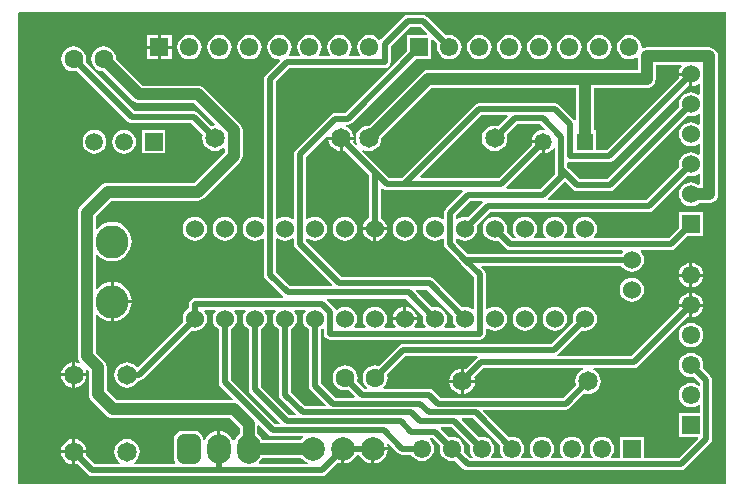
<source format=gbl>
G04 Layer_Physical_Order=2*
G04 Layer_Color=11436288*
%FSLAX43Y43*%
%MOMM*%
G71*
G01*
G75*
%ADD10C,1.000*%
%ADD11C,0.500*%
%ADD12C,2.000*%
%ADD13R,1.550X1.550*%
%ADD14C,1.550*%
%ADD15R,1.524X1.524*%
%ADD16C,1.524*%
%ADD17R,1.550X1.550*%
%ADD18C,1.473*%
%ADD19R,1.473X1.473*%
%ADD22C,1.600*%
%ADD23C,2.800*%
%ADD24C,1.650*%
%ADD25O,2.000X2.500*%
G04:AMPARAMS|DCode=26|XSize=2mm|YSize=2.5mm|CornerRadius=0.5mm|HoleSize=0mm|Usage=FLASHONLY|Rotation=0.000|XOffset=0mm|YOffset=0mm|HoleType=Round|Shape=RoundedRectangle|*
%AMROUNDEDRECTD26*
21,1,2.000,1.500,0,0,0.0*
21,1,1.000,2.500,0,0,0.0*
1,1,1.000,0.500,-0.750*
1,1,1.000,-0.500,-0.750*
1,1,1.000,-0.500,0.750*
1,1,1.000,0.500,0.750*
%
%ADD26ROUNDEDRECTD26*%
%ADD27C,1.651*%
%ADD28R,1.500X1.500*%
%ADD29C,1.500*%
G36*
X60000Y0D02*
X60000Y0D01*
X0D01*
X-0Y39873D01*
X127Y40000D01*
X60000D01*
Y0D01*
D02*
G37*
%LPC*%
G36*
X8127Y17110D02*
Y15587D01*
X9649D01*
X9630Y15784D01*
X9535Y16096D01*
X9382Y16383D01*
X9175Y16635D01*
X8923Y16842D01*
X8636Y16996D01*
X8324Y17090D01*
X8127Y17110D01*
D02*
G37*
G36*
X56873Y17573D02*
X55979D01*
X55997Y17431D01*
X56101Y17181D01*
X56266Y16966D01*
X56481Y16801D01*
X56731Y16697D01*
X56873Y16679D01*
Y17573D01*
D02*
G37*
G36*
X58021D02*
X57127D01*
Y16679D01*
X57269Y16697D01*
X57519Y16801D01*
X57734Y16966D01*
X57899Y17181D01*
X58002Y17431D01*
X58021Y17573D01*
D02*
G37*
G36*
X56873Y16181D02*
X56731Y16163D01*
X56481Y16059D01*
X56266Y15894D01*
X56101Y15679D01*
X55997Y15429D01*
X55979Y15287D01*
X56873D01*
Y16181D01*
D02*
G37*
G36*
X57127D02*
Y15287D01*
X58021D01*
X58002Y15429D01*
X57899Y15679D01*
X57734Y15894D01*
X57519Y16059D01*
X57269Y16163D01*
X57127Y16181D01*
D02*
G37*
G36*
X52000Y17481D02*
X51736Y17446D01*
X51490Y17344D01*
X51278Y17182D01*
X51116Y16970D01*
X51014Y16724D01*
X50979Y16460D01*
X51014Y16196D01*
X51116Y15950D01*
X51278Y15738D01*
X51490Y15576D01*
X51736Y15474D01*
X52000Y15439D01*
X52264Y15474D01*
X52510Y15576D01*
X52722Y15738D01*
X52884Y15950D01*
X52986Y16196D01*
X53021Y16460D01*
X52986Y16724D01*
X52884Y16970D01*
X52722Y17182D01*
X52510Y17344D01*
X52264Y17446D01*
X52000Y17481D01*
D02*
G37*
G36*
X17540Y22641D02*
X17276Y22606D01*
X17030Y22504D01*
X16818Y22342D01*
X16656Y22130D01*
X16554Y21884D01*
X16519Y21620D01*
X16554Y21356D01*
X16656Y21110D01*
X16818Y20898D01*
X17030Y20736D01*
X17276Y20634D01*
X17540Y20599D01*
X17804Y20634D01*
X18050Y20736D01*
X18262Y20898D01*
X18424Y21110D01*
X18526Y21356D01*
X18561Y21620D01*
X18526Y21884D01*
X18424Y22130D01*
X18262Y22342D01*
X18050Y22504D01*
X17804Y22606D01*
X17540Y22641D01*
D02*
G37*
G36*
X27700D02*
X27436Y22606D01*
X27190Y22504D01*
X26978Y22342D01*
X26816Y22130D01*
X26714Y21884D01*
X26679Y21620D01*
X26714Y21356D01*
X26816Y21110D01*
X26978Y20898D01*
X27190Y20736D01*
X27436Y20634D01*
X27700Y20599D01*
X27964Y20634D01*
X28210Y20736D01*
X28422Y20898D01*
X28584Y21110D01*
X28686Y21356D01*
X28721Y21620D01*
X28686Y21884D01*
X28584Y22130D01*
X28422Y22342D01*
X28210Y22504D01*
X27964Y22606D01*
X27700Y22641D01*
D02*
G37*
G36*
X32780D02*
X32516Y22606D01*
X32270Y22504D01*
X32058Y22342D01*
X31896Y22130D01*
X31794Y21884D01*
X31759Y21620D01*
X31794Y21356D01*
X31896Y21110D01*
X32058Y20898D01*
X32270Y20736D01*
X32516Y20634D01*
X32780Y20599D01*
X33044Y20634D01*
X33290Y20736D01*
X33502Y20898D01*
X33664Y21110D01*
X33766Y21356D01*
X33801Y21620D01*
X33766Y21884D01*
X33664Y22130D01*
X33502Y22342D01*
X33290Y22504D01*
X33044Y22606D01*
X32780Y22641D01*
D02*
G37*
G36*
X56873Y18721D02*
X56731Y18703D01*
X56481Y18599D01*
X56266Y18434D01*
X56101Y18219D01*
X55997Y17969D01*
X55979Y17827D01*
X56873D01*
Y18721D01*
D02*
G37*
G36*
X57127D02*
Y17827D01*
X58021D01*
X58002Y17969D01*
X57899Y18219D01*
X57734Y18434D01*
X57519Y18599D01*
X57269Y18703D01*
X57127Y18721D01*
D02*
G37*
G36*
X15000Y22641D02*
X14736Y22606D01*
X14490Y22504D01*
X14278Y22342D01*
X14116Y22130D01*
X14014Y21884D01*
X13979Y21620D01*
X14014Y21356D01*
X14116Y21110D01*
X14278Y20898D01*
X14490Y20736D01*
X14736Y20634D01*
X15000Y20599D01*
X15264Y20634D01*
X15510Y20736D01*
X15722Y20898D01*
X15884Y21110D01*
X15986Y21356D01*
X16021Y21620D01*
X15986Y21884D01*
X15884Y22130D01*
X15722Y22342D01*
X15510Y22504D01*
X15264Y22606D01*
X15000Y22641D01*
D02*
G37*
G36*
X4877Y3822D02*
Y2877D01*
X5822D01*
X5802Y3032D01*
X5693Y3294D01*
X5520Y3520D01*
X5294Y3693D01*
X5032Y3802D01*
X4877Y3822D01*
D02*
G37*
G36*
X4623Y9123D02*
X3678D01*
X3698Y8968D01*
X3807Y8706D01*
X3980Y8480D01*
X4206Y8307D01*
X4468Y8198D01*
X4623Y8178D01*
Y9123D01*
D02*
G37*
G36*
X5822D02*
X4877D01*
Y8178D01*
X5032Y8198D01*
X5294Y8307D01*
X5520Y8480D01*
X5693Y8706D01*
X5802Y8968D01*
X5822Y9123D01*
D02*
G37*
G36*
X4623Y2623D02*
X3678D01*
X3698Y2468D01*
X3807Y2206D01*
X3980Y1980D01*
X4206Y1807D01*
X4468Y1698D01*
X4623Y1678D01*
Y2623D01*
D02*
G37*
G36*
X31328Y2873D02*
X30207D01*
Y1752D01*
X30407Y1778D01*
X30712Y1905D01*
X30974Y2106D01*
X31175Y2368D01*
X31302Y2673D01*
X31328Y2873D01*
D02*
G37*
G36*
X4623Y3822D02*
X4468Y3802D01*
X4206Y3693D01*
X3980Y3520D01*
X3807Y3294D01*
X3698Y3032D01*
X3678Y2877D01*
X4623D01*
Y3822D01*
D02*
G37*
G36*
X45480Y15021D02*
X45216Y14986D01*
X44970Y14884D01*
X44758Y14722D01*
X44596Y14510D01*
X44494Y14264D01*
X44459Y14000D01*
X44494Y13736D01*
X44596Y13490D01*
X44758Y13278D01*
X44970Y13116D01*
X45216Y13014D01*
X45480Y12979D01*
X45744Y13014D01*
X45990Y13116D01*
X46202Y13278D01*
X46364Y13490D01*
X46466Y13736D01*
X46501Y14000D01*
X46466Y14264D01*
X46364Y14510D01*
X46202Y14722D01*
X45990Y14884D01*
X45744Y14986D01*
X45480Y15021D01*
D02*
G37*
G36*
X9649Y15333D02*
X8127D01*
Y13811D01*
X8324Y13830D01*
X8636Y13925D01*
X8923Y14078D01*
X9175Y14285D01*
X9382Y14537D01*
X9535Y14824D01*
X9630Y15136D01*
X9649Y15333D01*
D02*
G37*
G36*
X58021Y15033D02*
X57127D01*
Y14139D01*
X57269Y14157D01*
X57519Y14261D01*
X57734Y14426D01*
X57899Y14641D01*
X58002Y14891D01*
X58021Y15033D01*
D02*
G37*
G36*
X4623Y10322D02*
X4468Y10302D01*
X4206Y10193D01*
X3980Y10020D01*
X3807Y9794D01*
X3698Y9532D01*
X3678Y9377D01*
X4623D01*
Y10322D01*
D02*
G37*
G36*
X57000Y13654D02*
X56732Y13619D01*
X56483Y13515D01*
X56269Y13351D01*
X56105Y13137D01*
X56001Y12888D01*
X55966Y12620D01*
X56001Y12352D01*
X56105Y12103D01*
X56269Y11889D01*
X56483Y11725D01*
X56732Y11621D01*
X57000Y11586D01*
X57268Y11621D01*
X57517Y11725D01*
X57731Y11889D01*
X57895Y12103D01*
X57999Y12352D01*
X58034Y12620D01*
X57999Y12888D01*
X57895Y13137D01*
X57731Y13351D01*
X57517Y13515D01*
X57268Y13619D01*
X57000Y13654D01*
D02*
G37*
G36*
X42940Y15021D02*
X42676Y14986D01*
X42430Y14884D01*
X42218Y14722D01*
X42056Y14510D01*
X41954Y14264D01*
X41919Y14000D01*
X41954Y13736D01*
X42056Y13490D01*
X42218Y13278D01*
X42430Y13116D01*
X42676Y13014D01*
X42940Y12979D01*
X43204Y13014D01*
X43450Y13116D01*
X43662Y13278D01*
X43824Y13490D01*
X43926Y13736D01*
X43961Y14000D01*
X43926Y14264D01*
X43824Y14510D01*
X43662Y14722D01*
X43450Y14884D01*
X43204Y14986D01*
X42940Y15021D01*
D02*
G37*
G36*
X39080Y38034D02*
X38812Y37999D01*
X38563Y37895D01*
X38349Y37731D01*
X38185Y37517D01*
X38081Y37268D01*
X38046Y37000D01*
X38081Y36732D01*
X38185Y36483D01*
X38349Y36269D01*
X38563Y36105D01*
X38812Y36001D01*
X39080Y35966D01*
X39348Y36001D01*
X39597Y36105D01*
X39811Y36269D01*
X39975Y36483D01*
X40079Y36732D01*
X40114Y37000D01*
X40079Y37268D01*
X39975Y37517D01*
X39811Y37731D01*
X39597Y37895D01*
X39348Y37999D01*
X39080Y38034D01*
D02*
G37*
G36*
X41620D02*
X41352Y37999D01*
X41103Y37895D01*
X40889Y37731D01*
X40725Y37517D01*
X40621Y37268D01*
X40586Y37000D01*
X40621Y36732D01*
X40725Y36483D01*
X40889Y36269D01*
X41103Y36105D01*
X41352Y36001D01*
X41620Y35966D01*
X41888Y36001D01*
X42137Y36105D01*
X42351Y36269D01*
X42515Y36483D01*
X42619Y36732D01*
X42654Y37000D01*
X42619Y37268D01*
X42515Y37517D01*
X42351Y37731D01*
X42137Y37895D01*
X41888Y37999D01*
X41620Y38034D01*
D02*
G37*
G36*
X44160D02*
X43892Y37999D01*
X43643Y37895D01*
X43429Y37731D01*
X43265Y37517D01*
X43161Y37268D01*
X43126Y37000D01*
X43161Y36732D01*
X43265Y36483D01*
X43429Y36269D01*
X43643Y36105D01*
X43892Y36001D01*
X44160Y35966D01*
X44428Y36001D01*
X44677Y36105D01*
X44891Y36269D01*
X45055Y36483D01*
X45159Y36732D01*
X45194Y37000D01*
X45159Y37268D01*
X45055Y37517D01*
X44891Y37731D01*
X44677Y37895D01*
X44428Y37999D01*
X44160Y38034D01*
D02*
G37*
G36*
X14540D02*
X14272Y37999D01*
X14023Y37895D01*
X13809Y37731D01*
X13645Y37517D01*
X13541Y37268D01*
X13506Y37000D01*
X13541Y36732D01*
X13645Y36483D01*
X13809Y36269D01*
X14023Y36105D01*
X14272Y36001D01*
X14540Y35966D01*
X14808Y36001D01*
X15057Y36105D01*
X15271Y36269D01*
X15435Y36483D01*
X15539Y36732D01*
X15574Y37000D01*
X15539Y37268D01*
X15435Y37517D01*
X15271Y37731D01*
X15057Y37895D01*
X14808Y37999D01*
X14540Y38034D01*
D02*
G37*
G36*
X17080D02*
X16812Y37999D01*
X16563Y37895D01*
X16349Y37731D01*
X16185Y37517D01*
X16081Y37268D01*
X16046Y37000D01*
X16081Y36732D01*
X16185Y36483D01*
X16349Y36269D01*
X16563Y36105D01*
X16812Y36001D01*
X17080Y35966D01*
X17348Y36001D01*
X17597Y36105D01*
X17811Y36269D01*
X17975Y36483D01*
X18079Y36732D01*
X18114Y37000D01*
X18079Y37268D01*
X17975Y37517D01*
X17811Y37731D01*
X17597Y37895D01*
X17348Y37999D01*
X17080Y38034D01*
D02*
G37*
G36*
X19620D02*
X19352Y37999D01*
X19103Y37895D01*
X18889Y37731D01*
X18725Y37517D01*
X18621Y37268D01*
X18586Y37000D01*
X18621Y36732D01*
X18725Y36483D01*
X18889Y36269D01*
X19103Y36105D01*
X19352Y36001D01*
X19620Y35966D01*
X19888Y36001D01*
X20137Y36105D01*
X20351Y36269D01*
X20515Y36483D01*
X20619Y36732D01*
X20654Y37000D01*
X20619Y37268D01*
X20515Y37517D01*
X20351Y37731D01*
X20137Y37895D01*
X19888Y37999D01*
X19620Y38034D01*
D02*
G37*
G36*
X46700D02*
X46432Y37999D01*
X46183Y37895D01*
X45969Y37731D01*
X45805Y37517D01*
X45701Y37268D01*
X45666Y37000D01*
X45701Y36732D01*
X45805Y36483D01*
X45969Y36269D01*
X46183Y36105D01*
X46432Y36001D01*
X46700Y35966D01*
X46968Y36001D01*
X47217Y36105D01*
X47431Y36269D01*
X47595Y36483D01*
X47699Y36732D01*
X47734Y37000D01*
X47699Y37268D01*
X47595Y37517D01*
X47431Y37731D01*
X47217Y37895D01*
X46968Y37999D01*
X46700Y38034D01*
D02*
G37*
G36*
X11873Y38029D02*
X10971D01*
Y37127D01*
X11873D01*
Y38029D01*
D02*
G37*
G36*
X13029D02*
X12127D01*
Y37127D01*
X13029D01*
Y38029D01*
D02*
G37*
G36*
X34322Y39727D02*
X33020D01*
X32857Y39695D01*
X32825Y39689D01*
X32660Y39578D01*
X30732Y37651D01*
X30583Y37637D01*
X30511Y37731D01*
X30297Y37895D01*
X30048Y37999D01*
X29780Y38034D01*
X29512Y37999D01*
X29263Y37895D01*
X29049Y37731D01*
X28885Y37517D01*
X28781Y37268D01*
X28746Y37000D01*
X28781Y36732D01*
X28885Y36483D01*
X28978Y36362D01*
X28915Y36235D01*
X28105D01*
X28042Y36362D01*
X28135Y36483D01*
X28239Y36732D01*
X28274Y37000D01*
X28239Y37268D01*
X28135Y37517D01*
X27971Y37731D01*
X27757Y37895D01*
X27508Y37999D01*
X27240Y38034D01*
X26972Y37999D01*
X26723Y37895D01*
X26509Y37731D01*
X26345Y37517D01*
X26241Y37268D01*
X26206Y37000D01*
X26241Y36732D01*
X26345Y36483D01*
X26438Y36362D01*
X26375Y36235D01*
X25565D01*
X25502Y36362D01*
X25595Y36483D01*
X25699Y36732D01*
X25734Y37000D01*
X25699Y37268D01*
X25595Y37517D01*
X25431Y37731D01*
X25217Y37895D01*
X24968Y37999D01*
X24700Y38034D01*
X24432Y37999D01*
X24183Y37895D01*
X23969Y37731D01*
X23805Y37517D01*
X23701Y37268D01*
X23666Y37000D01*
X23701Y36732D01*
X23805Y36483D01*
X23898Y36362D01*
X23835Y36235D01*
X23025D01*
X22962Y36362D01*
X23055Y36483D01*
X23159Y36732D01*
X23194Y37000D01*
X23159Y37268D01*
X23055Y37517D01*
X22891Y37731D01*
X22677Y37895D01*
X22428Y37999D01*
X22160Y38034D01*
X21892Y37999D01*
X21643Y37895D01*
X21429Y37731D01*
X21265Y37517D01*
X21161Y37268D01*
X21126Y37000D01*
X21161Y36732D01*
X21265Y36483D01*
X21429Y36269D01*
X21643Y36105D01*
X21892Y36001D01*
X22130Y35970D01*
X22192Y35853D01*
X20990Y34650D01*
X20879Y34485D01*
X20840Y34290D01*
Y22472D01*
X20713Y22410D01*
X20590Y22504D01*
X20344Y22606D01*
X20080Y22641D01*
X19816Y22606D01*
X19570Y22504D01*
X19358Y22342D01*
X19196Y22130D01*
X19094Y21884D01*
X19059Y21620D01*
X19094Y21356D01*
X19196Y21110D01*
X19358Y20898D01*
X19570Y20736D01*
X19816Y20634D01*
X20080Y20599D01*
X20344Y20634D01*
X20590Y20736D01*
X20713Y20830D01*
X20840Y20768D01*
Y17741D01*
X20879Y17545D01*
X20990Y17380D01*
X22467Y15902D01*
X22422Y15775D01*
X15000D01*
X14805Y15736D01*
X14640Y15626D01*
X14529Y15460D01*
X14490Y15265D01*
Y14884D01*
X14490Y14884D01*
X14278Y14722D01*
X14116Y14510D01*
X14014Y14264D01*
X13979Y14000D01*
X14014Y13736D01*
X14014Y13735D01*
X10206Y9927D01*
X10080Y9936D01*
X10017Y10017D01*
X9792Y10189D01*
X9531Y10298D01*
X9250Y10335D01*
X8969Y10298D01*
X8708Y10189D01*
X8483Y10017D01*
X8311Y9792D01*
X8202Y9531D01*
X8165Y9250D01*
X8202Y8969D01*
X8311Y8708D01*
X8483Y8483D01*
X8708Y8311D01*
X8969Y8202D01*
X9250Y8165D01*
X9531Y8202D01*
X9792Y8311D01*
X10017Y8483D01*
X10189Y8708D01*
X10203Y8740D01*
X10250D01*
X10445Y8779D01*
X10610Y8889D01*
X14735Y13014D01*
X14736Y13014D01*
X15000Y12979D01*
X15264Y13014D01*
X15510Y13116D01*
X15722Y13278D01*
X15884Y13490D01*
X15986Y13736D01*
X16021Y14000D01*
X15986Y14264D01*
X15884Y14510D01*
X15793Y14629D01*
X15856Y14756D01*
X16684D01*
X16747Y14629D01*
X16656Y14510D01*
X16554Y14264D01*
X16519Y14000D01*
X16554Y13736D01*
X16656Y13490D01*
X16818Y13278D01*
X17030Y13116D01*
X17030Y13116D01*
Y8622D01*
X17069Y8427D01*
X17180Y8262D01*
X18208Y7233D01*
X18155Y7106D01*
X8365D01*
X7538Y7933D01*
Y9881D01*
X7512Y10076D01*
X7437Y10259D01*
X7317Y10416D01*
X6598Y11134D01*
Y14360D01*
X6725Y14406D01*
X6825Y14285D01*
X7077Y14078D01*
X7364Y13925D01*
X7676Y13830D01*
X7873Y13811D01*
Y15460D01*
Y17110D01*
X7676Y17090D01*
X7364Y16996D01*
X7077Y16842D01*
X6825Y16635D01*
X6725Y16514D01*
X6598Y16560D01*
Y19447D01*
X6725Y19492D01*
X6828Y19368D01*
X7079Y19161D01*
X7365Y19008D01*
X7677Y18914D01*
X8000Y18882D01*
X8323Y18914D01*
X8634Y19008D01*
X8921Y19161D01*
X9172Y19368D01*
X9379Y19619D01*
X9532Y19906D01*
X9626Y20217D01*
X9658Y20540D01*
X9626Y20863D01*
X9532Y21174D01*
X9379Y21461D01*
X9172Y21712D01*
X8921Y21919D01*
X8634Y22072D01*
X8323Y22166D01*
X8000Y22198D01*
X7677Y22166D01*
X7365Y22072D01*
X7079Y21919D01*
X6828Y21712D01*
X6725Y21588D01*
X6598Y21633D01*
Y22674D01*
X7933Y24009D01*
X15240D01*
X15436Y24034D01*
X15618Y24110D01*
X15775Y24230D01*
X18823Y27278D01*
X18823Y27278D01*
X18943Y27435D01*
X19019Y27617D01*
X19044Y27813D01*
Y29947D01*
X19019Y30142D01*
X18943Y30325D01*
X18823Y30482D01*
X18823Y30482D01*
X15775Y33530D01*
X15618Y33650D01*
X15436Y33725D01*
X15240Y33751D01*
X10589D01*
X8327Y36012D01*
X8293Y36274D01*
X8187Y36530D01*
X8019Y36749D01*
X7800Y36917D01*
X7544Y37023D01*
X7270Y37059D01*
X6996Y37023D01*
X6740Y36917D01*
X6521Y36749D01*
X6353Y36530D01*
X6247Y36274D01*
X6211Y36000D01*
X6247Y35726D01*
X6353Y35470D01*
X6521Y35251D01*
X6740Y35083D01*
X6996Y34977D01*
X7258Y34943D01*
X9740Y32460D01*
X9897Y32339D01*
X10080Y32264D01*
X10275Y32238D01*
X10275Y32238D01*
X14927D01*
X16674Y30490D01*
X16629Y30356D01*
X16426Y30330D01*
X16393Y30316D01*
X15285Y31425D01*
X15119Y31535D01*
X14924Y31574D01*
X9877D01*
X5745Y35706D01*
X5753Y35726D01*
X5789Y36000D01*
X5753Y36274D01*
X5647Y36530D01*
X5479Y36749D01*
X5260Y36917D01*
X5004Y37023D01*
X4730Y37059D01*
X4456Y37023D01*
X4200Y36917D01*
X3981Y36749D01*
X3813Y36530D01*
X3707Y36274D01*
X3671Y36000D01*
X3707Y35726D01*
X3813Y35470D01*
X3981Y35251D01*
X4200Y35083D01*
X4456Y34977D01*
X4730Y34941D01*
X5004Y34977D01*
X5024Y34985D01*
X9305Y30704D01*
X9471Y30593D01*
X9666Y30554D01*
X14713D01*
X15672Y29595D01*
X15659Y29563D01*
X15622Y29282D01*
X15659Y29002D01*
X15767Y28740D01*
X15940Y28515D01*
X16164Y28343D01*
X16426Y28235D01*
X16706Y28198D01*
X16987Y28235D01*
X17249Y28343D01*
X17405Y28463D01*
X17532Y28400D01*
Y28126D01*
X14927Y25521D01*
X7620D01*
X7424Y25496D01*
X7242Y25420D01*
X7085Y25300D01*
X7085Y25300D01*
X5307Y23522D01*
X5187Y23365D01*
X5111Y23183D01*
X5086Y22987D01*
Y10820D01*
X5111Y10625D01*
X5187Y10442D01*
X5263Y10344D01*
X5182Y10239D01*
X5032Y10302D01*
X4877Y10322D01*
Y9377D01*
X5822D01*
X5802Y9532D01*
X5746Y9667D01*
X5853Y9739D01*
X6025Y9567D01*
Y7620D01*
X6051Y7424D01*
X6127Y7242D01*
X6247Y7085D01*
X7517Y5815D01*
X7674Y5695D01*
X7856Y5619D01*
X8052Y5594D01*
X8052Y5594D01*
X17957D01*
X18784Y4767D01*
Y4245D01*
X18649Y4142D01*
X18448Y3880D01*
X18339Y3617D01*
X18205Y3618D01*
X18095Y3882D01*
X17894Y4144D01*
X17632Y4345D01*
X17327Y4472D01*
X17127Y4498D01*
Y3000D01*
X16873D01*
Y4498D01*
X16673Y4472D01*
X16368Y4345D01*
X16106Y4144D01*
X15905Y3882D01*
X15843Y3735D01*
X15716Y3750D01*
X15691Y3946D01*
X15615Y4128D01*
X15495Y4285D01*
X15338Y4405D01*
X15156Y4481D01*
X14960Y4506D01*
X13960D01*
X13764Y4481D01*
X13582Y4405D01*
X13425Y4285D01*
X13305Y4128D01*
X13229Y3946D01*
X13204Y3750D01*
Y2250D01*
X13229Y2054D01*
X13305Y1872D01*
X13336Y1831D01*
X13274Y1704D01*
X9847D01*
X9819Y1831D01*
X10017Y1983D01*
X10189Y2208D01*
X10298Y2469D01*
X10335Y2750D01*
X10298Y3031D01*
X10189Y3292D01*
X10017Y3517D01*
X9792Y3689D01*
X9531Y3798D01*
X9250Y3835D01*
X8969Y3798D01*
X8708Y3689D01*
X8483Y3517D01*
X8311Y3292D01*
X8202Y3031D01*
X8165Y2750D01*
X8202Y2469D01*
X8311Y2208D01*
X8483Y1983D01*
X8681Y1831D01*
X8653Y1704D01*
X6517D01*
X5787Y2434D01*
X5802Y2468D01*
X5822Y2623D01*
X4877D01*
Y1678D01*
X5032Y1698D01*
X5066Y1713D01*
X5946Y833D01*
X6111Y723D01*
X6306Y684D01*
X25734D01*
X25929Y723D01*
X26094Y833D01*
X27090Y1829D01*
X27213Y1778D01*
X27413Y1752D01*
Y3000D01*
X27667D01*
Y1752D01*
X27867Y1778D01*
X28172Y1905D01*
X28434Y2106D01*
X28635Y2368D01*
X28686Y2490D01*
X28934D01*
X28985Y2368D01*
X29186Y2106D01*
X29448Y1905D01*
X29753Y1778D01*
X29953Y1752D01*
Y3000D01*
X30080D01*
Y3127D01*
X31328D01*
X31302Y3327D01*
X31274Y3393D01*
X31382Y3465D01*
X32208Y2640D01*
X32373Y2529D01*
X32568Y2490D01*
X33322D01*
X33325Y2483D01*
X33489Y2269D01*
X33703Y2105D01*
X33952Y2001D01*
X34220Y1966D01*
X34488Y2001D01*
X34737Y2105D01*
X34951Y2269D01*
X35115Y2483D01*
X35219Y2732D01*
X35254Y3000D01*
X35219Y3268D01*
X35115Y3517D01*
X34951Y3731D01*
X34884Y3783D01*
X34927Y3910D01*
X35129D01*
X35764Y3275D01*
X35761Y3268D01*
X35726Y3000D01*
X35761Y2732D01*
X35865Y2483D01*
X36029Y2269D01*
X36243Y2105D01*
X36492Y2001D01*
X36760Y1966D01*
X37028Y2001D01*
X37035Y2004D01*
X37723Y1316D01*
X37889Y1205D01*
X38084Y1167D01*
X56159D01*
X56354Y1205D01*
X56520Y1316D01*
X58653Y3450D01*
X58764Y3615D01*
X58770Y3647D01*
X58803Y3810D01*
Y8787D01*
X58764Y8982D01*
X58653Y9147D01*
X57996Y9805D01*
X57999Y9812D01*
X58034Y10080D01*
X57999Y10348D01*
X57895Y10597D01*
X57731Y10811D01*
X57517Y10975D01*
X57268Y11079D01*
X57000Y11114D01*
X56732Y11079D01*
X56483Y10975D01*
X56269Y10811D01*
X56105Y10597D01*
X56001Y10348D01*
X55966Y10080D01*
X56001Y9812D01*
X56105Y9563D01*
X56269Y9349D01*
X56483Y9185D01*
X56732Y9081D01*
X57000Y9046D01*
X57268Y9081D01*
X57275Y9084D01*
X57783Y8576D01*
Y8391D01*
X57656Y8328D01*
X57517Y8435D01*
X57268Y8539D01*
X57000Y8574D01*
X56732Y8539D01*
X56483Y8435D01*
X56269Y8271D01*
X56105Y8057D01*
X56001Y7808D01*
X55966Y7540D01*
X56001Y7272D01*
X56105Y7023D01*
X56269Y6809D01*
X56483Y6645D01*
X56732Y6541D01*
X57000Y6506D01*
X57268Y6541D01*
X57517Y6645D01*
X57656Y6752D01*
X57783Y6689D01*
Y6025D01*
X55975D01*
Y3975D01*
X57571D01*
X57620Y3858D01*
X55948Y2186D01*
X53025D01*
Y4025D01*
X50975D01*
Y2186D01*
X50282D01*
X50225Y2313D01*
X50355Y2483D01*
X50459Y2732D01*
X50494Y3000D01*
X50459Y3268D01*
X50355Y3517D01*
X50191Y3731D01*
X49977Y3895D01*
X49728Y3999D01*
X49460Y4034D01*
X49192Y3999D01*
X48943Y3895D01*
X48729Y3731D01*
X48565Y3517D01*
X48461Y3268D01*
X48426Y3000D01*
X48461Y2732D01*
X48565Y2483D01*
X48695Y2313D01*
X48638Y2186D01*
X47742D01*
X47685Y2313D01*
X47815Y2483D01*
X47919Y2732D01*
X47954Y3000D01*
X47919Y3268D01*
X47815Y3517D01*
X47651Y3731D01*
X47437Y3895D01*
X47188Y3999D01*
X46920Y4034D01*
X46652Y3999D01*
X46403Y3895D01*
X46189Y3731D01*
X46025Y3517D01*
X45921Y3268D01*
X45886Y3000D01*
X45921Y2732D01*
X46025Y2483D01*
X46155Y2313D01*
X46098Y2186D01*
X45202D01*
X45145Y2313D01*
X45275Y2483D01*
X45379Y2732D01*
X45414Y3000D01*
X45379Y3268D01*
X45275Y3517D01*
X45111Y3731D01*
X44897Y3895D01*
X44648Y3999D01*
X44380Y4034D01*
X44112Y3999D01*
X43863Y3895D01*
X43649Y3731D01*
X43485Y3517D01*
X43381Y3268D01*
X43346Y3000D01*
X43381Y2732D01*
X43485Y2483D01*
X43615Y2313D01*
X43558Y2186D01*
X42662D01*
X42605Y2313D01*
X42735Y2483D01*
X42839Y2732D01*
X42874Y3000D01*
X42839Y3268D01*
X42735Y3517D01*
X42571Y3731D01*
X42357Y3895D01*
X42108Y3999D01*
X41840Y4034D01*
X41572Y3999D01*
X41565Y3996D01*
X39366Y6195D01*
X39415Y6312D01*
X46398D01*
X46593Y6351D01*
X46758Y6462D01*
X47981Y7684D01*
X48013Y7670D01*
X48294Y7634D01*
X48574Y7670D01*
X48836Y7779D01*
X49060Y7951D01*
X49233Y8176D01*
X49341Y8437D01*
X49378Y8718D01*
X49341Y8998D01*
X49233Y9260D01*
X49060Y9484D01*
X48836Y9657D01*
X48729Y9701D01*
X48754Y9828D01*
X52178D01*
X52373Y9867D01*
X52538Y9977D01*
X56722Y14161D01*
X56731Y14157D01*
X56873Y14139D01*
Y15033D01*
X55979D01*
X55997Y14891D01*
X56001Y14882D01*
X51967Y10848D01*
X45732D01*
X45694Y10975D01*
X45760Y11019D01*
X47755Y13014D01*
X47756Y13014D01*
X48020Y12979D01*
X48284Y13014D01*
X48530Y13116D01*
X48742Y13278D01*
X48904Y13490D01*
X49006Y13736D01*
X49041Y14000D01*
X49006Y14264D01*
X48904Y14510D01*
X48742Y14722D01*
X48530Y14884D01*
X48284Y14986D01*
X48020Y15021D01*
X47756Y14986D01*
X47510Y14884D01*
X47298Y14722D01*
X47136Y14510D01*
X47034Y14264D01*
X46999Y14000D01*
X47034Y13736D01*
X47034Y13735D01*
X45188Y11889D01*
X32649D01*
X32454Y11850D01*
X32289Y11740D01*
X30564Y10015D01*
X30544Y10023D01*
X30270Y10059D01*
X29996Y10023D01*
X29740Y9917D01*
X29521Y9749D01*
X29353Y9530D01*
X29247Y9274D01*
X29211Y9000D01*
X29247Y8726D01*
X29353Y8470D01*
X29521Y8251D01*
X29576Y8209D01*
X29533Y8082D01*
X29369D01*
X28745Y8706D01*
X28753Y8726D01*
X28789Y9000D01*
X28753Y9274D01*
X28647Y9530D01*
X28479Y9749D01*
X28260Y9917D01*
X28004Y10023D01*
X27730Y10059D01*
X27456Y10023D01*
X27200Y9917D01*
X26981Y9749D01*
X26813Y9530D01*
X26707Y9274D01*
X26671Y9000D01*
X26707Y8726D01*
X26813Y8470D01*
X26981Y8251D01*
X27200Y8083D01*
X27456Y7977D01*
X27730Y7941D01*
X28004Y7977D01*
X28024Y7985D01*
X28560Y7449D01*
X28511Y7332D01*
X26881D01*
X25670Y8543D01*
Y13116D01*
X25670Y13116D01*
X25793Y13210D01*
X25920Y13148D01*
Y12725D01*
X25959Y12530D01*
X26070Y12365D01*
X26235Y12254D01*
X26430Y12216D01*
X39130D01*
X39325Y12254D01*
X39491Y12365D01*
X39601Y12530D01*
X39640Y12725D01*
Y13148D01*
X39767Y13210D01*
X39890Y13116D01*
X40136Y13014D01*
X40400Y12979D01*
X40664Y13014D01*
X40910Y13116D01*
X41122Y13278D01*
X41284Y13490D01*
X41386Y13736D01*
X41421Y14000D01*
X41386Y14264D01*
X41284Y14510D01*
X41122Y14722D01*
X40910Y14884D01*
X40664Y14986D01*
X40400Y15021D01*
X40136Y14986D01*
X39890Y14884D01*
X39767Y14790D01*
X39640Y14852D01*
Y17780D01*
X39601Y17975D01*
X39491Y18140D01*
X39258Y18373D01*
X39307Y18490D01*
X51116D01*
X51116Y18490D01*
X51278Y18278D01*
X51490Y18116D01*
X51736Y18014D01*
X52000Y17979D01*
X52264Y18014D01*
X52510Y18116D01*
X52722Y18278D01*
X52884Y18490D01*
X52986Y18736D01*
X53021Y19000D01*
X52986Y19264D01*
X52884Y19510D01*
X52751Y19683D01*
X52803Y19810D01*
X55320D01*
X55515Y19849D01*
X55680Y19960D01*
X56709Y20988D01*
X58012D01*
Y23012D01*
X55988D01*
Y21709D01*
X55109Y20830D01*
X48849D01*
X48787Y20957D01*
X48904Y21110D01*
X49006Y21356D01*
X49041Y21620D01*
X49006Y21884D01*
X48904Y22130D01*
X48742Y22342D01*
X48530Y22504D01*
X48284Y22606D01*
X48020Y22641D01*
X47756Y22606D01*
X47510Y22504D01*
X47298Y22342D01*
X47136Y22130D01*
X47034Y21884D01*
X46999Y21620D01*
X47034Y21356D01*
X47136Y21110D01*
X47253Y20957D01*
X47191Y20830D01*
X46309D01*
X46247Y20957D01*
X46364Y21110D01*
X46466Y21356D01*
X46501Y21620D01*
X46466Y21884D01*
X46364Y22130D01*
X46202Y22342D01*
X45990Y22504D01*
X45744Y22606D01*
X45480Y22641D01*
X45216Y22606D01*
X44970Y22504D01*
X44758Y22342D01*
X44596Y22130D01*
X44494Y21884D01*
X44459Y21620D01*
X44494Y21356D01*
X44596Y21110D01*
X44713Y20957D01*
X44651Y20830D01*
X43769D01*
X43707Y20957D01*
X43824Y21110D01*
X43926Y21356D01*
X43961Y21620D01*
X43926Y21884D01*
X43824Y22130D01*
X43662Y22342D01*
X43450Y22504D01*
X43204Y22606D01*
X42940Y22641D01*
X42676Y22606D01*
X42430Y22504D01*
X42218Y22342D01*
X42056Y22130D01*
X41954Y21884D01*
X41919Y21620D01*
X41954Y21356D01*
X42056Y21110D01*
X42173Y20957D01*
X42111Y20830D01*
X41911D01*
X41386Y21355D01*
X41386Y21356D01*
X41421Y21620D01*
X41386Y21884D01*
X41284Y22130D01*
X41122Y22342D01*
X40910Y22504D01*
X40664Y22606D01*
X40400Y22641D01*
X40136Y22606D01*
X39890Y22504D01*
X39678Y22342D01*
X39516Y22130D01*
X39414Y21884D01*
X39379Y21620D01*
X39414Y21356D01*
X39516Y21110D01*
X39678Y20898D01*
X39890Y20736D01*
X40136Y20634D01*
X40400Y20599D01*
X40664Y20634D01*
X40665Y20634D01*
X41340Y19960D01*
X41505Y19849D01*
X41700Y19810D01*
X51197D01*
X51249Y19683D01*
X51116Y19510D01*
X51116Y19510D01*
X38121D01*
X37100Y20531D01*
Y20768D01*
X37227Y20830D01*
X37350Y20736D01*
X37596Y20634D01*
X37860Y20599D01*
X38124Y20634D01*
X38370Y20736D01*
X38582Y20898D01*
X38744Y21110D01*
X38846Y21356D01*
X38881Y21620D01*
X38846Y21884D01*
X38846Y21885D01*
X39997Y23036D01*
X53466D01*
X53661Y23075D01*
X53826Y23185D01*
X56735Y26094D01*
X56736Y26094D01*
X57000Y26059D01*
X57264Y26094D01*
X57510Y26196D01*
X57638Y26294D01*
X57765Y26231D01*
Y25378D01*
X57638Y25326D01*
X57510Y25424D01*
X57264Y25526D01*
X57000Y25561D01*
X56736Y25526D01*
X56490Y25424D01*
X56278Y25262D01*
X56116Y25050D01*
X56014Y24804D01*
X55979Y24540D01*
X56014Y24276D01*
X56116Y24030D01*
X56278Y23818D01*
X56490Y23656D01*
X56736Y23554D01*
X57000Y23519D01*
X57264Y23554D01*
X57510Y23656D01*
X57677Y23784D01*
X58522D01*
X58717Y23809D01*
X58900Y23885D01*
X59057Y24005D01*
X59177Y24162D01*
X59252Y24344D01*
X59278Y24540D01*
Y36220D01*
X59252Y36416D01*
X59177Y36599D01*
X59057Y36755D01*
X58900Y36876D01*
X58717Y36951D01*
X58522Y36977D01*
X53264D01*
X53068Y36951D01*
X52928Y36893D01*
X52809Y36965D01*
X52814Y37000D01*
X52779Y37268D01*
X52675Y37517D01*
X52511Y37731D01*
X52297Y37895D01*
X52048Y37999D01*
X51780Y38034D01*
X51512Y37999D01*
X51263Y37895D01*
X51049Y37731D01*
X50885Y37517D01*
X50781Y37268D01*
X50746Y37000D01*
X50781Y36732D01*
X50885Y36483D01*
X51049Y36269D01*
X51263Y36105D01*
X51512Y36001D01*
X51780Y35966D01*
X52048Y36001D01*
X52297Y36105D01*
X52380Y36169D01*
X52507Y36106D01*
Y35072D01*
X34740D01*
X34544Y35046D01*
X34361Y34971D01*
X34205Y34850D01*
X34205Y34850D01*
X29719Y30365D01*
X29706Y30366D01*
X29426Y30330D01*
X29164Y30221D01*
X28940Y30049D01*
X28767Y29824D01*
X28659Y29563D01*
X28622Y29282D01*
X28659Y29002D01*
X28732Y28825D01*
X28625Y28753D01*
X28411Y28966D01*
X28426Y29001D01*
X28446Y29155D01*
X27501D01*
Y28211D01*
X27656Y28231D01*
X27690Y28245D01*
X29730Y26205D01*
Y22509D01*
X29728Y22507D01*
X29515Y22345D01*
X29353Y22132D01*
X29250Y21885D01*
X29232Y21747D01*
X31248D01*
X31230Y21885D01*
X31128Y22132D01*
X30965Y22345D01*
X30752Y22507D01*
X30750Y22509D01*
Y25020D01*
X30821Y25049D01*
X30877Y25061D01*
X31036Y24954D01*
X31068Y24948D01*
X31231Y24916D01*
X37629D01*
X37682Y24789D01*
X36230Y23336D01*
X36119Y23171D01*
X36080Y22976D01*
Y22472D01*
X35953Y22410D01*
X35830Y22504D01*
X35584Y22606D01*
X35320Y22641D01*
X35056Y22606D01*
X34810Y22504D01*
X34598Y22342D01*
X34436Y22130D01*
X34334Y21884D01*
X34299Y21620D01*
X34334Y21356D01*
X34436Y21110D01*
X34598Y20898D01*
X34810Y20736D01*
X35056Y20634D01*
X35320Y20599D01*
X35584Y20634D01*
X35830Y20736D01*
X35953Y20830D01*
X36080Y20768D01*
Y20320D01*
X36119Y20125D01*
X36230Y19960D01*
X37550Y18640D01*
X37550Y18640D01*
X38620Y17569D01*
Y14852D01*
X38493Y14790D01*
X38370Y14884D01*
X38124Y14986D01*
X37860Y15021D01*
X37596Y14986D01*
X37595Y14986D01*
X35228Y17353D01*
X35063Y17464D01*
X34867Y17502D01*
X27429D01*
X24400Y20531D01*
Y20768D01*
X24527Y20830D01*
X24650Y20736D01*
X24896Y20634D01*
X25160Y20599D01*
X25424Y20634D01*
X25670Y20736D01*
X25882Y20898D01*
X26044Y21110D01*
X26146Y21356D01*
X26181Y21620D01*
X26146Y21884D01*
X26044Y22130D01*
X25882Y22342D01*
X25670Y22504D01*
X25424Y22606D01*
X25160Y22641D01*
X24896Y22606D01*
X24650Y22504D01*
X24527Y22410D01*
X24400Y22472D01*
Y27729D01*
X26189Y29518D01*
X26309Y29459D01*
X26303Y29409D01*
X28446D01*
X28426Y29564D01*
X28317Y29826D01*
X28144Y30052D01*
X27919Y30225D01*
X27765Y30288D01*
X27791Y30415D01*
X27925D01*
X28120Y30454D01*
X28285Y30564D01*
X33696Y35975D01*
X35025D01*
Y37628D01*
X35142Y37677D01*
X35544Y37275D01*
X35541Y37268D01*
X35506Y37000D01*
X35541Y36732D01*
X35645Y36483D01*
X35809Y36269D01*
X36023Y36105D01*
X36272Y36001D01*
X36540Y35966D01*
X36808Y36001D01*
X37057Y36105D01*
X37271Y36269D01*
X37435Y36483D01*
X37539Y36732D01*
X37574Y37000D01*
X37539Y37268D01*
X37435Y37517D01*
X37271Y37731D01*
X37057Y37895D01*
X36808Y37999D01*
X36540Y38034D01*
X36272Y37999D01*
X36265Y37996D01*
X34683Y39578D01*
X34517Y39689D01*
X34322Y39727D01*
D02*
G37*
G36*
X49240Y38034D02*
X48972Y37999D01*
X48723Y37895D01*
X48509Y37731D01*
X48345Y37517D01*
X48241Y37268D01*
X48206Y37000D01*
X48241Y36732D01*
X48345Y36483D01*
X48509Y36269D01*
X48723Y36105D01*
X48972Y36001D01*
X49240Y35966D01*
X49508Y36001D01*
X49757Y36105D01*
X49971Y36269D01*
X50135Y36483D01*
X50239Y36732D01*
X50274Y37000D01*
X50239Y37268D01*
X50135Y37517D01*
X49971Y37731D01*
X49757Y37895D01*
X49508Y37999D01*
X49240Y38034D01*
D02*
G37*
G36*
X11873Y36873D02*
X10971D01*
Y35971D01*
X11873D01*
Y36873D01*
D02*
G37*
G36*
X13029D02*
X12127D01*
Y35971D01*
X13029D01*
Y36873D01*
D02*
G37*
G36*
X6500Y30009D02*
X6239Y29974D01*
X5996Y29873D01*
X5787Y29713D01*
X5627Y29504D01*
X5526Y29261D01*
X5491Y29000D01*
X5526Y28739D01*
X5627Y28496D01*
X5787Y28287D01*
X5996Y28126D01*
X6239Y28026D01*
X6500Y27991D01*
X6761Y28026D01*
X7004Y28126D01*
X7213Y28287D01*
X7374Y28496D01*
X7474Y28739D01*
X7509Y29000D01*
X7474Y29261D01*
X7374Y29504D01*
X7213Y29713D01*
X7004Y29873D01*
X6761Y29974D01*
X6500Y30009D01*
D02*
G37*
G36*
X12500Y30000D02*
X10500D01*
Y28000D01*
X12500D01*
Y30000D01*
D02*
G37*
G36*
X27247Y29155D02*
X26303D01*
X26323Y29001D01*
X26432Y28738D01*
X26605Y28513D01*
X26830Y28340D01*
X27093Y28231D01*
X27247Y28211D01*
Y29155D01*
D02*
G37*
G36*
X9000Y30009D02*
X8739Y29974D01*
X8496Y29873D01*
X8287Y29713D01*
X8126Y29504D01*
X8026Y29261D01*
X7991Y29000D01*
X8026Y28739D01*
X8126Y28496D01*
X8287Y28287D01*
X8496Y28126D01*
X8739Y28026D01*
X9000Y27991D01*
X9261Y28026D01*
X9504Y28126D01*
X9713Y28287D01*
X9873Y28496D01*
X9974Y28739D01*
X10009Y29000D01*
X9974Y29261D01*
X9873Y29504D01*
X9713Y29713D01*
X9504Y29873D01*
X9261Y29974D01*
X9000Y30009D01*
D02*
G37*
G36*
X30113Y21493D02*
X29232D01*
X29250Y21355D01*
X29353Y21108D01*
X29515Y20895D01*
X29728Y20733D01*
X29975Y20630D01*
X30113Y20612D01*
Y21493D01*
D02*
G37*
G36*
X31248D02*
X30367D01*
Y20612D01*
X30505Y20630D01*
X30752Y20733D01*
X30965Y20895D01*
X31128Y21108D01*
X31230Y21355D01*
X31248Y21493D01*
D02*
G37*
%LPD*%
G36*
X38304Y3275D02*
X38301Y3268D01*
X38266Y3000D01*
X38301Y2732D01*
X38405Y2483D01*
X38535Y2313D01*
X38478Y2186D01*
X38295D01*
X37756Y2725D01*
X37759Y2732D01*
X37794Y3000D01*
X37759Y3268D01*
X37655Y3517D01*
X37491Y3731D01*
X37277Y3895D01*
X37028Y3999D01*
X36760Y4034D01*
X36492Y3999D01*
X36485Y3996D01*
X35796Y4685D01*
X35848Y4812D01*
X36767D01*
X38304Y3275D01*
D02*
G37*
G36*
X38951Y10742D02*
X38885Y10698D01*
X37942Y9755D01*
X37907Y9769D01*
X37753Y9789D01*
Y8845D01*
X38697D01*
X38677Y8999D01*
X38663Y9034D01*
X39457Y9828D01*
X47833D01*
X47858Y9701D01*
X47751Y9657D01*
X47527Y9484D01*
X47355Y9260D01*
X47246Y8998D01*
X47209Y8718D01*
X47246Y8437D01*
X47260Y8405D01*
X46187Y7332D01*
X35780D01*
X35179Y7933D01*
X35014Y8043D01*
X34818Y8082D01*
X31007D01*
X30964Y8209D01*
X31019Y8251D01*
X31187Y8470D01*
X31293Y8726D01*
X31329Y9000D01*
X31293Y9274D01*
X31285Y9294D01*
X32860Y10869D01*
X38913D01*
X38951Y10742D01*
D02*
G37*
G36*
X24367Y14629D02*
X24276Y14510D01*
X24174Y14264D01*
X24139Y14000D01*
X24174Y13736D01*
X24276Y13490D01*
X24438Y13278D01*
X24650Y13116D01*
X24650Y13116D01*
Y8332D01*
X24689Y8137D01*
X24800Y7972D01*
X26072Y6699D01*
X26023Y6582D01*
X24341D01*
X23130Y7793D01*
Y13116D01*
X23130Y13116D01*
X23342Y13278D01*
X23504Y13490D01*
X23606Y13736D01*
X23641Y14000D01*
X23606Y14264D01*
X23504Y14510D01*
X23413Y14629D01*
X23476Y14756D01*
X24304D01*
X24367Y14629D01*
D02*
G37*
G36*
X39368Y23849D02*
X38125Y22606D01*
X38124Y22606D01*
X37860Y22641D01*
X37596Y22606D01*
X37350Y22504D01*
X37227Y22410D01*
X37100Y22472D01*
Y22764D01*
X38311Y23976D01*
X39315D01*
X39368Y23849D01*
D02*
G37*
G36*
X40844Y3275D02*
X40841Y3268D01*
X40806Y3000D01*
X40841Y2732D01*
X40945Y2483D01*
X41075Y2313D01*
X41018Y2186D01*
X40122D01*
X40065Y2313D01*
X40195Y2483D01*
X40299Y2732D01*
X40334Y3000D01*
X40299Y3268D01*
X40195Y3517D01*
X40031Y3731D01*
X39817Y3895D01*
X39568Y3999D01*
X39300Y4034D01*
X39032Y3999D01*
X39025Y3996D01*
X37576Y5445D01*
X37625Y5562D01*
X38557D01*
X40844Y3275D01*
D02*
G37*
G36*
X21230Y4212D02*
X21395Y4101D01*
X21427Y4095D01*
X21590Y4062D01*
X24133D01*
X24174Y3942D01*
X24108Y3892D01*
X24005Y3756D01*
X20683D01*
X20632Y3880D01*
X20432Y4142D01*
X20296Y4245D01*
Y4965D01*
X20423Y5018D01*
X21230Y4212D01*
D02*
G37*
G36*
X21827Y14629D02*
X21736Y14510D01*
X21634Y14264D01*
X21599Y14000D01*
X21634Y13736D01*
X21736Y13490D01*
X21898Y13278D01*
X22110Y13116D01*
X22110Y13116D01*
Y7582D01*
X22149Y7387D01*
X22260Y7222D01*
X23532Y5949D01*
X23483Y5832D01*
X23007D01*
X20590Y8249D01*
Y13116D01*
X20590Y13116D01*
X20802Y13278D01*
X20964Y13490D01*
X21066Y13736D01*
X21101Y14000D01*
X21066Y14264D01*
X20964Y14510D01*
X20873Y14629D01*
X20936Y14756D01*
X21764D01*
X21827Y14629D01*
D02*
G37*
G36*
X19287D02*
X19196Y14510D01*
X19094Y14264D01*
X19059Y14000D01*
X19094Y13736D01*
X19196Y13490D01*
X19358Y13278D01*
X19570Y13116D01*
X19570Y13116D01*
Y8038D01*
X19609Y7843D01*
X19720Y7677D01*
X22198Y5199D01*
X22149Y5082D01*
X21801D01*
X18050Y8833D01*
Y13116D01*
X18050Y13116D01*
X18262Y13278D01*
X18424Y13490D01*
X18526Y13736D01*
X18561Y14000D01*
X18526Y14264D01*
X18424Y14510D01*
X18333Y14629D01*
X18396Y14756D01*
X19224D01*
X19287Y14629D01*
D02*
G37*
G36*
X36874Y14265D02*
X36874Y14264D01*
X36839Y14000D01*
X36874Y13736D01*
X36976Y13490D01*
X37074Y13362D01*
X37011Y13235D01*
X36169D01*
X36106Y13362D01*
X36204Y13490D01*
X36306Y13736D01*
X36341Y14000D01*
X36306Y14264D01*
X36204Y14510D01*
X36042Y14722D01*
X35830Y14884D01*
X35584Y14986D01*
X35320Y15021D01*
X35056Y14986D01*
X35055Y14986D01*
X33676Y16365D01*
X33724Y16483D01*
X34656D01*
X36874Y14265D01*
D02*
G37*
G36*
X34334D02*
X34334Y14264D01*
X34299Y14000D01*
X34334Y13736D01*
X34436Y13490D01*
X34534Y13362D01*
X34471Y13235D01*
X33634D01*
X33571Y13362D01*
X33667Y13488D01*
X33770Y13735D01*
X33788Y13873D01*
X31772D01*
X31790Y13735D01*
X31893Y13488D01*
X31989Y13362D01*
X31926Y13235D01*
X31089D01*
X31026Y13362D01*
X31124Y13490D01*
X31226Y13736D01*
X31261Y14000D01*
X31226Y14264D01*
X31124Y14510D01*
X30962Y14722D01*
X30750Y14884D01*
X30504Y14986D01*
X30240Y15021D01*
X29976Y14986D01*
X29730Y14884D01*
X29518Y14722D01*
X29356Y14510D01*
X29254Y14264D01*
X29219Y14000D01*
X29254Y13736D01*
X29356Y13490D01*
X29454Y13362D01*
X29391Y13235D01*
X28549D01*
X28486Y13362D01*
X28584Y13490D01*
X28686Y13736D01*
X28721Y14000D01*
X28686Y14264D01*
X28584Y14510D01*
X28422Y14722D01*
X28210Y14884D01*
X27964Y14986D01*
X27700Y15021D01*
X27436Y14986D01*
X27190Y14884D01*
X27037Y14767D01*
X26915Y14797D01*
X26894Y14811D01*
X26791Y14965D01*
X26162Y15594D01*
X26208Y15721D01*
X32878D01*
X34334Y14265D01*
D02*
G37*
G36*
X56208Y35337D02*
X56113Y35212D01*
X56010Y34965D01*
X55992Y34827D01*
X57000D01*
Y34700D01*
X57127D01*
Y33692D01*
X57265Y33710D01*
X57512Y33813D01*
X57638Y33909D01*
X57765Y33846D01*
Y33009D01*
X57638Y32946D01*
X57510Y33044D01*
X57264Y33146D01*
X57000Y33181D01*
X56736Y33146D01*
X56490Y33044D01*
X56278Y32882D01*
X56116Y32670D01*
X56014Y32424D01*
X55979Y32160D01*
X56014Y31896D01*
X56014Y31895D01*
X49953Y25834D01*
X47571D01*
X46684Y26720D01*
X46684Y26720D01*
Y26720D01*
X46684Y26720D01*
X46684Y26720D01*
X46523Y26881D01*
Y27180D01*
X46650Y27275D01*
X46763Y27252D01*
X50062D01*
X50257Y27291D01*
X50423Y27402D01*
X56732Y33711D01*
X56735Y33710D01*
X56873Y33692D01*
Y34573D01*
X55992D01*
X56010Y34435D01*
X56011Y34432D01*
X49851Y28272D01*
X48987D01*
Y29987D01*
X48756D01*
Y33559D01*
X53264D01*
X53460Y33585D01*
X53642Y33660D01*
X53799Y33780D01*
X53919Y33937D01*
X53994Y34120D01*
X54020Y34315D01*
Y35464D01*
X56145D01*
X56208Y35337D01*
D02*
G37*
G36*
X57765Y31311D02*
Y30469D01*
X57638Y30406D01*
X57510Y30504D01*
X57264Y30606D01*
X57000Y30641D01*
X56736Y30606D01*
X56490Y30504D01*
X56278Y30342D01*
X56116Y30130D01*
X56014Y29884D01*
X55979Y29620D01*
X56014Y29356D01*
X56116Y29110D01*
X56278Y28898D01*
X56490Y28736D01*
X56736Y28634D01*
X57000Y28599D01*
X57264Y28634D01*
X57510Y28736D01*
X57638Y28834D01*
X57765Y28771D01*
Y27929D01*
X57638Y27866D01*
X57510Y27964D01*
X57264Y28066D01*
X57000Y28101D01*
X56736Y28066D01*
X56490Y27964D01*
X56278Y27802D01*
X56116Y27590D01*
X56014Y27344D01*
X55979Y27080D01*
X56014Y26816D01*
X56014Y26815D01*
X53255Y24056D01*
X44921D01*
X44868Y24183D01*
X46260Y25575D01*
X46387D01*
X46999Y24963D01*
X47098Y24897D01*
X47164Y24853D01*
X47164Y24853D01*
X47164Y24853D01*
X47263Y24833D01*
X47360Y24814D01*
X47360D01*
X47360D01*
X50164D01*
X50359Y24853D01*
X50524Y24963D01*
X56735Y31174D01*
X56736Y31174D01*
X57000Y31139D01*
X57264Y31174D01*
X57510Y31276D01*
X57638Y31374D01*
X57765Y31311D01*
D02*
G37*
G36*
X47244Y30890D02*
X47148Y30850D01*
X47117Y30848D01*
X45854Y32110D01*
X45688Y32221D01*
X45493Y32260D01*
X39040D01*
X38845Y32221D01*
X38679Y32110D01*
X32504Y25935D01*
X31442D01*
X30601Y26777D01*
X29177Y28200D01*
X29249Y28308D01*
X29426Y28235D01*
X29706Y28198D01*
X29987Y28235D01*
X30249Y28343D01*
X30473Y28515D01*
X30645Y28740D01*
X30754Y29002D01*
X30791Y29282D01*
X30789Y29295D01*
X35053Y33559D01*
X47244D01*
Y30890D01*
D02*
G37*
G36*
X22110Y20736D02*
X22356Y20634D01*
X22620Y20599D01*
X22884Y20634D01*
X23130Y20736D01*
X23253Y20830D01*
X23380Y20768D01*
Y20320D01*
X23419Y20125D01*
X23530Y19960D01*
X26631Y16858D01*
X26583Y16740D01*
X23071D01*
X21860Y17952D01*
Y20768D01*
X21987Y20830D01*
X22110Y20736D01*
D02*
G37*
G36*
X34677Y38142D02*
X34628Y38025D01*
X32975D01*
Y36696D01*
X27714Y31435D01*
X26875D01*
X26712Y31402D01*
X26680Y31396D01*
X26514Y31285D01*
X23530Y28300D01*
X23419Y28135D01*
X23380Y27940D01*
Y22472D01*
X23253Y22410D01*
X23130Y22504D01*
X22884Y22606D01*
X22620Y22641D01*
X22356Y22606D01*
X22110Y22504D01*
X21987Y22410D01*
X21860Y22472D01*
Y34079D01*
X22996Y35215D01*
X31064D01*
X31259Y35254D01*
X31425Y35364D01*
X31535Y35530D01*
X31574Y35725D01*
Y37051D01*
X33231Y38708D01*
X34111D01*
X34677Y38142D01*
D02*
G37*
G36*
X41494Y31123D02*
X40687Y30316D01*
X40655Y30330D01*
X40374Y30366D01*
X40094Y30330D01*
X39832Y30221D01*
X39608Y30049D01*
X39435Y29824D01*
X39327Y29563D01*
X39290Y29282D01*
X39327Y29002D01*
X39435Y28740D01*
X39608Y28515D01*
X39832Y28343D01*
X40094Y28235D01*
X40374Y28198D01*
X40655Y28235D01*
X40917Y28343D01*
X41141Y28515D01*
X41313Y28740D01*
X41422Y29002D01*
X41459Y29282D01*
X41422Y29563D01*
X41408Y29595D01*
X42291Y30478D01*
X44239D01*
X44611Y30106D01*
X44555Y29992D01*
X44500Y29999D01*
X44241Y29965D01*
X44000Y29865D01*
X43793Y29706D01*
X43635Y29500D01*
X43535Y29259D01*
X43518Y29127D01*
X44500D01*
Y29000D01*
X44627D01*
Y28018D01*
X44759Y28035D01*
X45000Y28135D01*
X45206Y28293D01*
X45365Y28500D01*
X45377Y28528D01*
X45504Y28502D01*
Y26670D01*
Y26260D01*
X44239Y24995D01*
X41396D01*
X41343Y25122D01*
X44254Y28033D01*
X44373Y28018D01*
Y28873D01*
X43518D01*
X43533Y28754D01*
X40714Y25935D01*
X34112D01*
X34063Y26053D01*
X39251Y31240D01*
X41446D01*
X41494Y31123D01*
D02*
G37*
G36*
X24108Y2108D02*
X24370Y1908D01*
X24557Y1831D01*
X24531Y1704D01*
X20427D01*
X20386Y1824D01*
X20432Y1858D01*
X20632Y2120D01*
X20683Y2244D01*
X24005D01*
X24108Y2108D01*
D02*
G37*
%LPC*%
G36*
X32653Y15008D02*
X32515Y14990D01*
X32268Y14887D01*
X32055Y14725D01*
X31893Y14512D01*
X31790Y14265D01*
X31772Y14127D01*
X32653D01*
Y15008D01*
D02*
G37*
G36*
X32907D02*
Y14127D01*
X33788D01*
X33770Y14265D01*
X33667Y14512D01*
X33505Y14725D01*
X33292Y14887D01*
X33045Y14990D01*
X32907Y15008D01*
D02*
G37*
G36*
X37499Y9789D02*
X37344Y9769D01*
X37081Y9660D01*
X36856Y9487D01*
X36683Y9262D01*
X36574Y8999D01*
X36554Y8845D01*
X37499D01*
Y9789D01*
D02*
G37*
G36*
Y8591D02*
X36554D01*
X36574Y8436D01*
X36683Y8174D01*
X36856Y7948D01*
X37081Y7775D01*
X37344Y7667D01*
X37499Y7646D01*
Y8591D01*
D02*
G37*
G36*
X38697D02*
X37753D01*
Y7646D01*
X37907Y7667D01*
X38170Y7775D01*
X38395Y7948D01*
X38568Y8174D01*
X38677Y8436D01*
X38697Y8591D01*
D02*
G37*
%LPD*%
D10*
X34740Y34315D02*
X48000D01*
X29706Y29282D02*
X34740Y34315D01*
X53264D02*
Y36220D01*
X57000Y24540D02*
X58522D01*
X48000Y29000D02*
Y34315D01*
X53264D01*
X19540Y3000D02*
X25000D01*
X19540D02*
Y5080D01*
X18270Y6350D02*
X19540Y5080D01*
X8052Y6350D02*
X18270D01*
X6782Y7620D02*
X8052Y6350D01*
X5842Y10820D02*
X6782Y9881D01*
X5842Y10820D02*
Y22987D01*
X7620Y24765D02*
X15240D01*
Y32995D02*
X18288Y29947D01*
X53264Y36220D02*
X58522D01*
Y24540D02*
Y36220D01*
X6782Y7620D02*
Y9881D01*
X5842Y22987D02*
X7620Y24765D01*
X15240D02*
X18288Y27813D01*
Y29947D01*
X10275Y32995D02*
X15240D01*
X7270Y36000D02*
X10275Y32995D01*
D11*
X46324Y26359D02*
X46324Y26360D01*
X46013Y26049D02*
X46324Y26359D01*
X47360Y25324D01*
X46013Y26670D02*
X46324Y26359D01*
X37910Y19000D02*
X39130Y17780D01*
X32715Y25425D02*
X40925D01*
X31231D02*
X32715D01*
X17000Y1194D02*
X25734D01*
X50164Y25324D02*
X57000Y32160D01*
X47360Y25324D02*
X50164D01*
X44450Y30988D02*
X46013Y29425D01*
X29158Y7572D02*
X34818D01*
X35568Y6822D01*
X46398D02*
X48294Y8718D01*
X9250Y9250D02*
X10250D01*
X15000Y14000D01*
X26430Y12725D02*
Y14605D01*
X36590Y20320D02*
Y22976D01*
X42080Y30988D02*
X44450D01*
X38100Y24486D02*
X44450D01*
X46013Y26049D01*
X40374Y29282D02*
X42080Y30988D01*
X9666Y31064D02*
X14924D01*
X16706Y29282D01*
X26670Y6822D02*
X34068D01*
X34818Y6072D01*
X38768D02*
X41840Y3000D01*
X24130Y6072D02*
X33318D01*
X34068Y5322D01*
X36978D02*
X39300Y3000D01*
X33318Y4420D02*
X35340D01*
X22796Y5322D02*
X32416D01*
X36760Y3000D02*
X38084Y1676D01*
X56159D01*
X17540Y8622D02*
Y14000D01*
Y8622D02*
X21590Y4572D01*
X30996D02*
X32568Y3000D01*
X34867Y16993D02*
X37860Y14000D01*
X23890Y27940D02*
X26875Y30925D01*
X27925D01*
X34000Y37000D01*
X33089Y16231D02*
X35320Y14000D01*
X22860Y16231D02*
X33089D01*
X21350Y17741D02*
X22860Y16231D01*
X21350Y17741D02*
Y34290D01*
X31064Y35725D02*
Y37262D01*
X37860Y21620D02*
X39786Y23546D01*
X40400Y21620D02*
X41700Y20320D01*
X30270Y9000D02*
X32649Y11379D01*
X45399D01*
X4750Y2750D02*
X6306Y1194D01*
X17000D02*
Y3000D01*
X27540D02*
X30080D01*
X37626Y8718D02*
X39246Y10338D01*
X52178D02*
X57000Y15160D01*
X46763Y27762D02*
X50062D01*
X39040Y31750D02*
X45493D01*
X27374Y29282D02*
X30240Y26417D01*
X46324Y26360D02*
X47360Y25324D01*
X46013Y26670D02*
X46324Y26360D01*
X46013Y26049D02*
Y26670D01*
X36590Y20320D02*
X37910Y19000D01*
X30240Y26417D02*
X31231Y25425D01*
X6306Y1194D02*
X17000D01*
X37910Y19000D02*
X52000D01*
X35340Y4420D02*
X36760Y3000D01*
X32416Y5322D02*
X33318Y4420D01*
X20080Y8038D02*
X22796Y5322D01*
X20080Y8038D02*
Y14000D01*
X32568Y3000D02*
X34220D01*
X21590Y4572D02*
X30996D01*
X15000Y14000D02*
Y15265D01*
X25770D01*
X26430Y14605D01*
Y12725D02*
X39130D01*
Y17780D01*
X36590Y22976D02*
X38100Y24486D01*
X4730Y36000D02*
X9666Y31064D01*
X27217Y16993D02*
X34867D01*
X23890Y20320D02*
X27217Y16993D01*
X23890Y20320D02*
Y27940D01*
X32715Y25425D02*
X39040Y31750D01*
X45493D02*
X46763Y30480D01*
Y27762D02*
Y30480D01*
X50062Y27762D02*
X57000Y34700D01*
X30240Y21620D02*
Y26417D01*
X35568Y6822D02*
X46398D01*
X27730Y9000D02*
X29158Y7572D01*
X46013Y26670D02*
Y29425D01*
X34818Y6072D02*
X38768D01*
X25160Y8332D02*
X26670Y6822D01*
X25160Y8332D02*
Y14000D01*
X22620Y7582D02*
Y14000D01*
Y7582D02*
X24130Y6072D01*
X34068Y5322D02*
X36978D01*
X57000Y10080D02*
X58293Y8787D01*
Y3810D02*
Y8787D01*
X56159Y1676D02*
X58293Y3810D01*
X34322Y39218D02*
X36540Y37000D01*
X33020Y39218D02*
X34322D01*
X31064Y37262D02*
X33020Y39218D01*
X22785Y35725D02*
X31064D01*
X21350Y34290D02*
X22785Y35725D01*
X53466Y23546D02*
X57000Y27080D01*
X39786Y23546D02*
X53466D01*
X55320Y20320D02*
X57000Y22000D01*
X41700Y20320D02*
X55320D01*
X45399Y11379D02*
X48020Y14000D01*
X25734Y1194D02*
X27540Y3000D01*
X39246Y10338D02*
X52178D01*
X40925Y25425D02*
X44500Y29000D01*
D12*
X25000Y3000D02*
D03*
X27540D02*
D03*
X30080D02*
D03*
D13*
X57000Y5000D02*
D03*
D14*
Y7540D02*
D03*
Y10080D02*
D03*
Y12620D02*
D03*
Y15160D02*
D03*
Y17700D02*
D03*
X39300Y3000D02*
D03*
X41840D02*
D03*
X44380D02*
D03*
X46920D02*
D03*
X49460D02*
D03*
X36760D02*
D03*
X34220D02*
D03*
X24700Y37000D02*
D03*
X22160D02*
D03*
X19620D02*
D03*
X17080D02*
D03*
X14540D02*
D03*
X27240D02*
D03*
X29780D02*
D03*
X46700D02*
D03*
X44160D02*
D03*
X41620D02*
D03*
X39080D02*
D03*
X36540D02*
D03*
X49240D02*
D03*
X51780D02*
D03*
D15*
X57000Y22000D02*
D03*
D16*
Y24540D02*
D03*
Y27080D02*
D03*
Y29620D02*
D03*
Y32160D02*
D03*
Y34700D02*
D03*
X52000Y19000D02*
D03*
Y16460D02*
D03*
X15000Y14000D02*
D03*
X17540D02*
D03*
X20080D02*
D03*
X22620D02*
D03*
X25160D02*
D03*
X27700D02*
D03*
X30240D02*
D03*
X32780D02*
D03*
X35320D02*
D03*
X37860D02*
D03*
X40400D02*
D03*
X42940D02*
D03*
X45480D02*
D03*
X48020D02*
D03*
X15000Y21620D02*
D03*
X17540D02*
D03*
X20080D02*
D03*
X22620D02*
D03*
X25160D02*
D03*
X27700D02*
D03*
X30240D02*
D03*
X32780D02*
D03*
X35320D02*
D03*
X37860D02*
D03*
X40400D02*
D03*
X42940D02*
D03*
X45480D02*
D03*
X48020D02*
D03*
D17*
X52000Y3000D02*
D03*
X12000Y37000D02*
D03*
X34000D02*
D03*
D18*
X44500Y29000D02*
D03*
D19*
X48000D02*
D03*
D22*
X30270Y9000D02*
D03*
X27730D02*
D03*
X7270Y36000D02*
D03*
X4730D02*
D03*
D23*
X8000Y20540D02*
D03*
Y15460D02*
D03*
D24*
X27374Y29282D02*
D03*
X16706D02*
D03*
X40374D02*
D03*
X29706D02*
D03*
X37626Y8718D02*
D03*
X48294D02*
D03*
D25*
X19540Y3000D02*
D03*
X17000D02*
D03*
D26*
X14460D02*
D03*
D27*
X9250Y2750D02*
D03*
Y9250D02*
D03*
X4750Y2750D02*
D03*
Y9250D02*
D03*
D28*
X11500Y29000D02*
D03*
D29*
X9000D02*
D03*
X6500D02*
D03*
M02*

</source>
